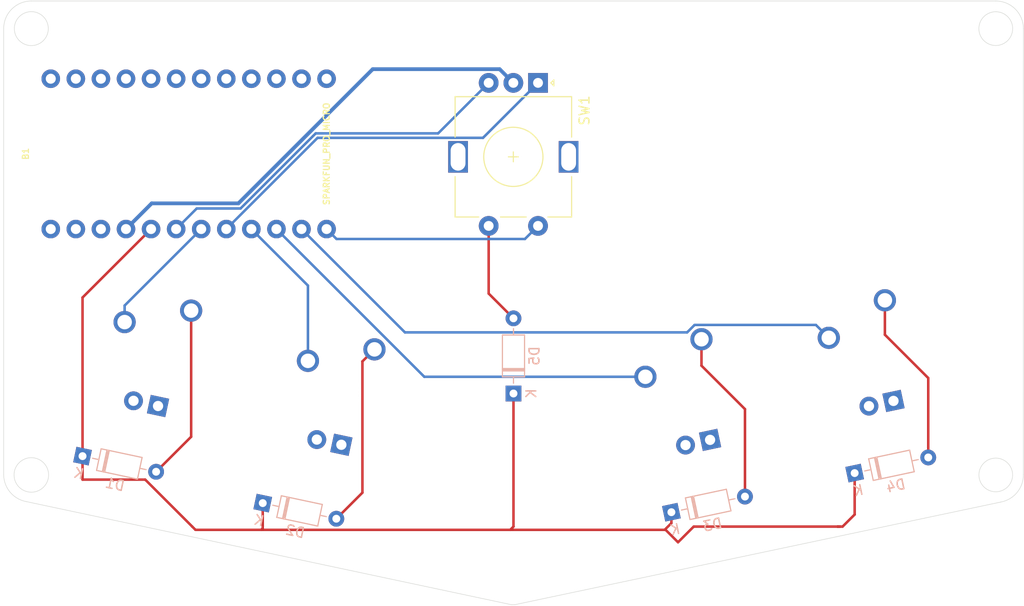
<source format=kicad_pcb>
(kicad_pcb (version 20171130) (host pcbnew "(5.1.9)-1")

  (general
    (thickness 1.6)
    (drawings 67)
    (tracks 65)
    (zones 0)
    (modules 11)
    (nets 30)
  )

  (page A4)
  (layers
    (0 F.Cu signal)
    (31 B.Cu signal)
    (32 B.Adhes user)
    (33 F.Adhes user)
    (34 B.Paste user)
    (35 F.Paste user)
    (36 B.SilkS user)
    (37 F.SilkS user)
    (38 B.Mask user)
    (39 F.Mask user)
    (40 Dwgs.User user)
    (41 Cmts.User user)
    (42 Eco1.User user)
    (43 Eco2.User user)
    (44 Edge.Cuts user)
    (45 Margin user)
    (46 B.CrtYd user)
    (47 F.CrtYd user)
    (48 B.Fab user)
    (49 F.Fab user)
  )

  (setup
    (last_trace_width 0.254)
    (trace_clearance 0.2)
    (zone_clearance 0.508)
    (zone_45_only no)
    (trace_min 0.2)
    (via_size 0.8)
    (via_drill 0.4)
    (via_min_size 0.4)
    (via_min_drill 0.3)
    (uvia_size 0.3)
    (uvia_drill 0.1)
    (uvias_allowed no)
    (uvia_min_size 0.2)
    (uvia_min_drill 0.1)
    (edge_width 0.05)
    (segment_width 0.2)
    (pcb_text_width 0.3)
    (pcb_text_size 1.5 1.5)
    (mod_edge_width 0.12)
    (mod_text_size 1 1)
    (mod_text_width 0.15)
    (pad_size 1.524 1.524)
    (pad_drill 0.762)
    (pad_to_mask_clearance 0)
    (aux_axis_origin 0 0)
    (visible_elements 7FFFFFFF)
    (pcbplotparams
      (layerselection 0x010f0_ffffffff)
      (usegerberextensions true)
      (usegerberattributes false)
      (usegerberadvancedattributes true)
      (creategerberjobfile false)
      (excludeedgelayer true)
      (linewidth 0.100000)
      (plotframeref false)
      (viasonmask false)
      (mode 1)
      (useauxorigin false)
      (hpglpennumber 1)
      (hpglpenspeed 20)
      (hpglpendiameter 15.000000)
      (psnegative false)
      (psa4output false)
      (plotreference true)
      (plotvalue true)
      (plotinvisibletext false)
      (padsonsilk false)
      (subtractmaskfromsilk true)
      (outputformat 1)
      (mirror false)
      (drillshape 0)
      (scaleselection 1)
      (outputdirectory "Gerbers/"))
  )

  (net 0 "")
  (net 1 GND)
  (net 2 ROW0)
  (net 3 COL0)
  (net 4 COL1)
  (net 5 "Net-(B1-Pad24)")
  (net 6 "Net-(B1-Pad22)")
  (net 7 "Net-(B1-Pad21)")
  (net 8 "Net-(B1-Pad19)")
  (net 9 "Net-(B1-Pad18)")
  (net 10 "Net-(B1-Pad17)")
  (net 11 "Net-(B1-Pad16)")
  (net 12 "Net-(B1-Pad15)")
  (net 13 "Net-(B1-Pad14)")
  (net 14 "Net-(B1-Pad13)")
  (net 15 COL4)
  (net 16 COL3)
  (net 17 COL2)
  (net 18 ENC1)
  (net 19 ENC0)
  (net 20 "Net-(B1-Pad3)")
  (net 21 "Net-(B1-Pad2)")
  (net 22 "Net-(B1-Pad1)")
  (net 23 "Net-(D1-Pad2)")
  (net 24 "Net-(D2-Pad2)")
  (net 25 "Net-(D3-Pad2)")
  (net 26 "Net-(D4-Pad2)")
  (net 27 "Net-(D5-Pad2)")
  (net 28 "Net-(B1-Pad23)")
  (net 29 "Net-(B1-Pad20)")

  (net_class Default "This is the default net class."
    (clearance 0.2)
    (trace_width 0.254)
    (via_dia 0.8)
    (via_drill 0.4)
    (uvia_dia 0.3)
    (uvia_drill 0.1)
    (add_net COL0)
    (add_net COL1)
    (add_net COL2)
    (add_net COL3)
    (add_net COL4)
    (add_net ENC0)
    (add_net ENC1)
    (add_net "Net-(B1-Pad1)")
    (add_net "Net-(B1-Pad13)")
    (add_net "Net-(B1-Pad14)")
    (add_net "Net-(B1-Pad15)")
    (add_net "Net-(B1-Pad16)")
    (add_net "Net-(B1-Pad17)")
    (add_net "Net-(B1-Pad18)")
    (add_net "Net-(B1-Pad19)")
    (add_net "Net-(B1-Pad2)")
    (add_net "Net-(B1-Pad20)")
    (add_net "Net-(B1-Pad21)")
    (add_net "Net-(B1-Pad22)")
    (add_net "Net-(B1-Pad23)")
    (add_net "Net-(B1-Pad24)")
    (add_net "Net-(B1-Pad3)")
    (add_net "Net-(D1-Pad2)")
    (add_net "Net-(D2-Pad2)")
    (add_net "Net-(D3-Pad2)")
    (add_net "Net-(D4-Pad2)")
    (add_net "Net-(D5-Pad2)")
    (add_net ROW0)
  )

  (net_class Power ""
    (clearance 0.2)
    (trace_width 0.381)
    (via_dia 0.8)
    (via_drill 0.4)
    (uvia_dia 0.3)
    (uvia_drill 0.1)
    (add_net GND)
  )

  (module Rotary_Encoder:RotaryEncoder_Alps_EC11E-Switch_Vertical_H20mm (layer F.Cu) (tedit 5A74C8CB) (tstamp 6014C5E1)
    (at 94.13 130.3 270)
    (descr "Alps rotary encoder, EC12E... with switch, vertical shaft, http://www.alps.com/prod/info/E/HTML/Encoder/Incremental/EC11/EC11E15204A3.html")
    (tags "rotary encoder")
    (path /6018948B)
    (fp_text reference SW1 (at 2.8 -4.7 90) (layer F.SilkS)
      (effects (font (size 1 1) (thickness 0.15)))
    )
    (fp_text value Rotary_Encoder_Switch (at 7.5 10.4 90) (layer F.Fab)
      (effects (font (size 1 1) (thickness 0.15)))
    )
    (fp_text user %R (at 11.1 6.3 90) (layer F.Fab)
      (effects (font (size 1 1) (thickness 0.15)))
    )
    (fp_line (start 7 2.5) (end 8 2.5) (layer F.SilkS) (width 0.12))
    (fp_line (start 7.5 2) (end 7.5 3) (layer F.SilkS) (width 0.12))
    (fp_line (start 13.6 6) (end 13.6 8.4) (layer F.SilkS) (width 0.12))
    (fp_line (start 13.6 1.2) (end 13.6 3.8) (layer F.SilkS) (width 0.12))
    (fp_line (start 13.6 -3.4) (end 13.6 -1) (layer F.SilkS) (width 0.12))
    (fp_line (start 4.5 2.5) (end 10.5 2.5) (layer F.Fab) (width 0.12))
    (fp_line (start 7.5 -0.5) (end 7.5 5.5) (layer F.Fab) (width 0.12))
    (fp_line (start 0.3 -1.6) (end 0 -1.3) (layer F.SilkS) (width 0.12))
    (fp_line (start -0.3 -1.6) (end 0.3 -1.6) (layer F.SilkS) (width 0.12))
    (fp_line (start 0 -1.3) (end -0.3 -1.6) (layer F.SilkS) (width 0.12))
    (fp_line (start 1.4 -3.4) (end 1.4 8.4) (layer F.SilkS) (width 0.12))
    (fp_line (start 5.5 -3.4) (end 1.4 -3.4) (layer F.SilkS) (width 0.12))
    (fp_line (start 5.5 8.4) (end 1.4 8.4) (layer F.SilkS) (width 0.12))
    (fp_line (start 13.6 8.4) (end 9.5 8.4) (layer F.SilkS) (width 0.12))
    (fp_line (start 9.5 -3.4) (end 13.6 -3.4) (layer F.SilkS) (width 0.12))
    (fp_line (start 1.5 -2.2) (end 2.5 -3.3) (layer F.Fab) (width 0.12))
    (fp_line (start 1.5 8.3) (end 1.5 -2.2) (layer F.Fab) (width 0.12))
    (fp_line (start 13.5 8.3) (end 1.5 8.3) (layer F.Fab) (width 0.12))
    (fp_line (start 13.5 -3.3) (end 13.5 8.3) (layer F.Fab) (width 0.12))
    (fp_line (start 2.5 -3.3) (end 13.5 -3.3) (layer F.Fab) (width 0.12))
    (fp_line (start -1.5 -4.6) (end 16 -4.6) (layer F.CrtYd) (width 0.05))
    (fp_line (start -1.5 -4.6) (end -1.5 9.6) (layer F.CrtYd) (width 0.05))
    (fp_line (start 16 9.6) (end 16 -4.6) (layer F.CrtYd) (width 0.05))
    (fp_line (start 16 9.6) (end -1.5 9.6) (layer F.CrtYd) (width 0.05))
    (fp_circle (center 7.5 2.5) (end 10.5 2.5) (layer F.SilkS) (width 0.12))
    (fp_circle (center 7.5 2.5) (end 10.5 2.5) (layer F.Fab) (width 0.12))
    (pad A thru_hole rect (at 0 0 270) (size 2 2) (drill 1) (layers *.Cu *.Mask)
      (net 18 ENC1))
    (pad C thru_hole circle (at 0 2.5 270) (size 2 2) (drill 1) (layers *.Cu *.Mask)
      (net 1 GND))
    (pad B thru_hole circle (at 0 5 270) (size 2 2) (drill 1) (layers *.Cu *.Mask)
      (net 19 ENC0))
    (pad MP thru_hole rect (at 7.5 -3.1 270) (size 3.2 2) (drill oval 2.8 1.5) (layers *.Cu *.Mask))
    (pad MP thru_hole rect (at 7.5 8.1 270) (size 3.2 2) (drill oval 2.8 1.5) (layers *.Cu *.Mask))
    (pad S2 thru_hole circle (at 14.5 0 270) (size 2 2) (drill 1) (layers *.Cu *.Mask)
      (net 15 COL4))
    (pad S1 thru_hole circle (at 14.5 5 270) (size 2 2) (drill 1) (layers *.Cu *.Mask)
      (net 27 "Net-(D5-Pad2)"))
    (model ${KISYS3DMOD}/Rotary_Encoder.3dshapes/RotaryEncoder_Alps_EC11E-Switch_Vertical_H20mm.wrl
      (at (xyz 0 0 0))
      (scale (xyz 1 1 1))
      (rotate (xyz 0 0 0))
    )
  )

  (module MX_Only:MXOnly-1U (layer F.Cu) (tedit 5AC9901D) (tstamp 6014C4DC)
    (at 127.84 157.84 12)
    (path /60187470)
    (fp_text reference MX4 (at 0 3.175 12) (layer Dwgs.User)
      (effects (font (size 1 1) (thickness 0.15)))
    )
    (fp_text value MX-LED (at 0 -7.9375 12) (layer Dwgs.User)
      (effects (font (size 1 1) (thickness 0.15)))
    )
    (fp_line (start 5 -7) (end 7 -7) (layer Dwgs.User) (width 0.15))
    (fp_line (start 7 -7) (end 7 -5) (layer Dwgs.User) (width 0.15))
    (fp_line (start 5 7) (end 7 7) (layer Dwgs.User) (width 0.15))
    (fp_line (start 7 7) (end 7 5) (layer Dwgs.User) (width 0.15))
    (fp_line (start -7 5) (end -7 7) (layer Dwgs.User) (width 0.15))
    (fp_line (start -7 7) (end -5 7) (layer Dwgs.User) (width 0.15))
    (fp_line (start -5 -7) (end -7 -7) (layer Dwgs.User) (width 0.15))
    (fp_line (start -7 -7) (end -7 -5) (layer Dwgs.User) (width 0.15))
    (fp_line (start -9.525 -9.525) (end 9.525 -9.525) (layer Dwgs.User) (width 0.15))
    (fp_line (start 9.525 -9.525) (end 9.525 9.525) (layer Dwgs.User) (width 0.15))
    (fp_line (start 9.525 9.525) (end -9.525 9.525) (layer Dwgs.User) (width 0.15))
    (fp_line (start -9.525 9.525) (end -9.525 -9.525) (layer Dwgs.User) (width 0.15))
    (pad "" np_thru_hole circle (at 5.08 0 60.0996) (size 1.75 1.75) (drill 1.75) (layers *.Cu *.Mask))
    (pad "" np_thru_hole circle (at -5.08 0 60.0996) (size 1.75 1.75) (drill 1.75) (layers *.Cu *.Mask))
    (pad 4 thru_hole rect (at 1.27 5.08 12) (size 1.905 1.905) (drill 1.04) (layers *.Cu B.Mask))
    (pad 3 thru_hole circle (at -1.27 5.08 12) (size 1.905 1.905) (drill 1.04) (layers *.Cu B.Mask))
    (pad 1 thru_hole circle (at -3.81 -2.54 12) (size 2.25 2.25) (drill 1.47) (layers *.Cu B.Mask)
      (net 16 COL3))
    (pad "" np_thru_hole circle (at 0 0 12) (size 3.9878 3.9878) (drill 3.9878) (layers *.Cu *.Mask))
    (pad 2 thru_hole circle (at 2.54 -5.08 12) (size 2.25 2.25) (drill 1.47) (layers *.Cu B.Mask)
      (net 26 "Net-(D4-Pad2)"))
  )

  (module MX_Only:MXOnly-1U (layer F.Cu) (tedit 5AC9901D) (tstamp 6014C641)
    (at 109.26 161.79 12)
    (path /60186FC8)
    (fp_text reference MX3 (at 0 3.175 12) (layer Dwgs.User)
      (effects (font (size 1 1) (thickness 0.15)))
    )
    (fp_text value MX-LED (at 0 -7.9375 12) (layer Dwgs.User)
      (effects (font (size 1 1) (thickness 0.15)))
    )
    (fp_line (start 5 -7) (end 7 -7) (layer Dwgs.User) (width 0.15))
    (fp_line (start 7 -7) (end 7 -5) (layer Dwgs.User) (width 0.15))
    (fp_line (start 5 7) (end 7 7) (layer Dwgs.User) (width 0.15))
    (fp_line (start 7 7) (end 7 5) (layer Dwgs.User) (width 0.15))
    (fp_line (start -7 5) (end -7 7) (layer Dwgs.User) (width 0.15))
    (fp_line (start -7 7) (end -5 7) (layer Dwgs.User) (width 0.15))
    (fp_line (start -5 -7) (end -7 -7) (layer Dwgs.User) (width 0.15))
    (fp_line (start -7 -7) (end -7 -5) (layer Dwgs.User) (width 0.15))
    (fp_line (start -9.525 -9.525) (end 9.525 -9.525) (layer Dwgs.User) (width 0.15))
    (fp_line (start 9.525 -9.525) (end 9.525 9.525) (layer Dwgs.User) (width 0.15))
    (fp_line (start 9.525 9.525) (end -9.525 9.525) (layer Dwgs.User) (width 0.15))
    (fp_line (start -9.525 9.525) (end -9.525 -9.525) (layer Dwgs.User) (width 0.15))
    (pad "" np_thru_hole circle (at 5.08 0 60.0996) (size 1.75 1.75) (drill 1.75) (layers *.Cu *.Mask))
    (pad "" np_thru_hole circle (at -5.08 0 60.0996) (size 1.75 1.75) (drill 1.75) (layers *.Cu *.Mask))
    (pad 4 thru_hole rect (at 1.27 5.08 12) (size 1.905 1.905) (drill 1.04) (layers *.Cu B.Mask))
    (pad 3 thru_hole circle (at -1.27 5.08 12) (size 1.905 1.905) (drill 1.04) (layers *.Cu B.Mask))
    (pad 1 thru_hole circle (at -3.81 -2.54 12) (size 2.25 2.25) (drill 1.47) (layers *.Cu B.Mask)
      (net 17 COL2))
    (pad "" np_thru_hole circle (at 0 0 12) (size 3.9878 3.9878) (drill 3.9878) (layers *.Cu *.Mask))
    (pad 2 thru_hole circle (at 2.54 -5.08 12) (size 2.25 2.25) (drill 1.47) (layers *.Cu B.Mask)
      (net 25 "Net-(D3-Pad2)"))
  )

  (module MX_Only:MXOnly-1U (layer F.Cu) (tedit 5AC9901D) (tstamp 6014C683)
    (at 74.02 161.76 348)
    (path /601861CA)
    (fp_text reference MX2 (at 0 3.175 168) (layer Dwgs.User)
      (effects (font (size 1 1) (thickness 0.15)))
    )
    (fp_text value MX-LED (at 0 -7.9375 168) (layer Dwgs.User)
      (effects (font (size 1 1) (thickness 0.15)))
    )
    (fp_line (start 5 -7) (end 7 -7) (layer Dwgs.User) (width 0.15))
    (fp_line (start 7 -7) (end 7 -5) (layer Dwgs.User) (width 0.15))
    (fp_line (start 5 7) (end 7 7) (layer Dwgs.User) (width 0.15))
    (fp_line (start 7 7) (end 7 5) (layer Dwgs.User) (width 0.15))
    (fp_line (start -7 5) (end -7 7) (layer Dwgs.User) (width 0.15))
    (fp_line (start -7 7) (end -5 7) (layer Dwgs.User) (width 0.15))
    (fp_line (start -5 -7) (end -7 -7) (layer Dwgs.User) (width 0.15))
    (fp_line (start -7 -7) (end -7 -5) (layer Dwgs.User) (width 0.15))
    (fp_line (start -9.525 -9.525) (end 9.525 -9.525) (layer Dwgs.User) (width 0.15))
    (fp_line (start 9.525 -9.525) (end 9.525 9.525) (layer Dwgs.User) (width 0.15))
    (fp_line (start 9.525 9.525) (end -9.525 9.525) (layer Dwgs.User) (width 0.15))
    (fp_line (start -9.525 9.525) (end -9.525 -9.525) (layer Dwgs.User) (width 0.15))
    (pad "" np_thru_hole circle (at 5.08 0 36.0996) (size 1.75 1.75) (drill 1.75) (layers *.Cu *.Mask))
    (pad "" np_thru_hole circle (at -5.08 0 36.0996) (size 1.75 1.75) (drill 1.75) (layers *.Cu *.Mask))
    (pad 4 thru_hole rect (at 1.27 5.08 348) (size 1.905 1.905) (drill 1.04) (layers *.Cu B.Mask))
    (pad 3 thru_hole circle (at -1.27 5.08 348) (size 1.905 1.905) (drill 1.04) (layers *.Cu B.Mask))
    (pad 1 thru_hole circle (at -3.81 -2.54 348) (size 2.25 2.25) (drill 1.47) (layers *.Cu B.Mask)
      (net 4 COL1))
    (pad "" np_thru_hole circle (at 0 0 348) (size 3.9878 3.9878) (drill 3.9878) (layers *.Cu *.Mask))
    (pad 2 thru_hole circle (at 2.54 -5.08 348) (size 2.25 2.25) (drill 1.47) (layers *.Cu B.Mask)
      (net 24 "Net-(D2-Pad2)"))
  )

  (module MX_Only:MXOnly-1U (layer F.Cu) (tedit 5AC9901D) (tstamp 6014C49A)
    (at 55.45 157.83 348)
    (path /60182C04)
    (fp_text reference MX1 (at 0 3.175 168) (layer Dwgs.User)
      (effects (font (size 1 1) (thickness 0.15)))
    )
    (fp_text value MX-LED (at 0 -7.9375 168) (layer Dwgs.User)
      (effects (font (size 1 1) (thickness 0.15)))
    )
    (fp_line (start 5 -7) (end 7 -7) (layer Dwgs.User) (width 0.15))
    (fp_line (start 7 -7) (end 7 -5) (layer Dwgs.User) (width 0.15))
    (fp_line (start 5 7) (end 7 7) (layer Dwgs.User) (width 0.15))
    (fp_line (start 7 7) (end 7 5) (layer Dwgs.User) (width 0.15))
    (fp_line (start -7 5) (end -7 7) (layer Dwgs.User) (width 0.15))
    (fp_line (start -7 7) (end -5 7) (layer Dwgs.User) (width 0.15))
    (fp_line (start -5 -7) (end -7 -7) (layer Dwgs.User) (width 0.15))
    (fp_line (start -7 -7) (end -7 -5) (layer Dwgs.User) (width 0.15))
    (fp_line (start -9.525 -9.525) (end 9.525 -9.525) (layer Dwgs.User) (width 0.15))
    (fp_line (start 9.525 -9.525) (end 9.525 9.525) (layer Dwgs.User) (width 0.15))
    (fp_line (start 9.525 9.525) (end -9.525 9.525) (layer Dwgs.User) (width 0.15))
    (fp_line (start -9.525 9.525) (end -9.525 -9.525) (layer Dwgs.User) (width 0.15))
    (pad "" np_thru_hole circle (at 5.08 0 36.0996) (size 1.75 1.75) (drill 1.75) (layers *.Cu *.Mask))
    (pad "" np_thru_hole circle (at -5.08 0 36.0996) (size 1.75 1.75) (drill 1.75) (layers *.Cu *.Mask))
    (pad 4 thru_hole rect (at 1.27 5.08 348) (size 1.905 1.905) (drill 1.04) (layers *.Cu B.Mask))
    (pad 3 thru_hole circle (at -1.27 5.08 348) (size 1.905 1.905) (drill 1.04) (layers *.Cu B.Mask))
    (pad 1 thru_hole circle (at -3.81 -2.54 348) (size 2.25 2.25) (drill 1.47) (layers *.Cu B.Mask)
      (net 3 COL0))
    (pad "" np_thru_hole circle (at 0 0 348) (size 3.9878 3.9878) (drill 3.9878) (layers *.Cu *.Mask))
    (pad 2 thru_hole circle (at 2.54 -5.08 348) (size 2.25 2.25) (drill 1.47) (layers *.Cu B.Mask)
      (net 23 "Net-(D1-Pad2)"))
  )

  (module Diode_THT:D_DO-35_SOD27_P7.62mm_Horizontal (layer B.Cu) (tedit 5AE50CD5) (tstamp 6014C6CD)
    (at 91.64375 161.79375 90)
    (descr "Diode, DO-35_SOD27 series, Axial, Horizontal, pin pitch=7.62mm, , length*diameter=4*2mm^2, , http://www.diodes.com/_files/packages/DO-35.pdf")
    (tags "Diode DO-35_SOD27 series Axial Horizontal pin pitch 7.62mm  length 4mm diameter 2mm")
    (path /6018FCF0)
    (fp_text reference D5 (at 3.81 2.12 90) (layer B.SilkS)
      (effects (font (size 1 1) (thickness 0.15)) (justify mirror))
    )
    (fp_text value 1N4148 (at 3.81 -2.12 90) (layer B.Fab)
      (effects (font (size 1 1) (thickness 0.15)) (justify mirror))
    )
    (fp_text user K (at 0 1.8 90) (layer B.SilkS)
      (effects (font (size 1 1) (thickness 0.15)) (justify mirror))
    )
    (fp_text user K (at 0 1.8 90) (layer B.Fab)
      (effects (font (size 1 1) (thickness 0.15)) (justify mirror))
    )
    (fp_text user %R (at 4.11 0 90) (layer B.Fab)
      (effects (font (size 0.8 0.8) (thickness 0.12)) (justify mirror))
    )
    (fp_line (start 1.81 1) (end 1.81 -1) (layer B.Fab) (width 0.1))
    (fp_line (start 1.81 -1) (end 5.81 -1) (layer B.Fab) (width 0.1))
    (fp_line (start 5.81 -1) (end 5.81 1) (layer B.Fab) (width 0.1))
    (fp_line (start 5.81 1) (end 1.81 1) (layer B.Fab) (width 0.1))
    (fp_line (start 0 0) (end 1.81 0) (layer B.Fab) (width 0.1))
    (fp_line (start 7.62 0) (end 5.81 0) (layer B.Fab) (width 0.1))
    (fp_line (start 2.41 1) (end 2.41 -1) (layer B.Fab) (width 0.1))
    (fp_line (start 2.51 1) (end 2.51 -1) (layer B.Fab) (width 0.1))
    (fp_line (start 2.31 1) (end 2.31 -1) (layer B.Fab) (width 0.1))
    (fp_line (start 1.69 1.12) (end 1.69 -1.12) (layer B.SilkS) (width 0.12))
    (fp_line (start 1.69 -1.12) (end 5.93 -1.12) (layer B.SilkS) (width 0.12))
    (fp_line (start 5.93 -1.12) (end 5.93 1.12) (layer B.SilkS) (width 0.12))
    (fp_line (start 5.93 1.12) (end 1.69 1.12) (layer B.SilkS) (width 0.12))
    (fp_line (start 1.04 0) (end 1.69 0) (layer B.SilkS) (width 0.12))
    (fp_line (start 6.58 0) (end 5.93 0) (layer B.SilkS) (width 0.12))
    (fp_line (start 2.41 1.12) (end 2.41 -1.12) (layer B.SilkS) (width 0.12))
    (fp_line (start 2.53 1.12) (end 2.53 -1.12) (layer B.SilkS) (width 0.12))
    (fp_line (start 2.29 1.12) (end 2.29 -1.12) (layer B.SilkS) (width 0.12))
    (fp_line (start -1.05 1.25) (end -1.05 -1.25) (layer B.CrtYd) (width 0.05))
    (fp_line (start -1.05 -1.25) (end 8.67 -1.25) (layer B.CrtYd) (width 0.05))
    (fp_line (start 8.67 -1.25) (end 8.67 1.25) (layer B.CrtYd) (width 0.05))
    (fp_line (start 8.67 1.25) (end -1.05 1.25) (layer B.CrtYd) (width 0.05))
    (pad 2 thru_hole oval (at 7.62 0 90) (size 1.6 1.6) (drill 0.8) (layers *.Cu *.Mask)
      (net 27 "Net-(D5-Pad2)"))
    (pad 1 thru_hole rect (at 0 0 90) (size 1.6 1.6) (drill 0.8) (layers *.Cu *.Mask)
      (net 2 ROW0))
    (model ${KISYS3DMOD}/Diode_THT.3dshapes/D_DO-35_SOD27_P7.62mm_Horizontal.wrl
      (at (xyz 0 0 0))
      (scale (xyz 1 1 1))
      (rotate (xyz 0 0 0))
    )
  )

  (module Diode_THT:D_DO-35_SOD27_P7.62mm_Horizontal (layer B.Cu) (tedit 5AE50CD5) (tstamp 6014C526)
    (at 126.20625 169.8625 12)
    (descr "Diode, DO-35_SOD27 series, Axial, Horizontal, pin pitch=7.62mm, , length*diameter=4*2mm^2, , http://www.diodes.com/_files/packages/DO-35.pdf")
    (tags "Diode DO-35_SOD27 series Axial Horizontal pin pitch 7.62mm  length 4mm diameter 2mm")
    (path /6018F443)
    (fp_text reference D4 (at 3.81 2.12 12) (layer B.SilkS)
      (effects (font (size 1 1) (thickness 0.15)) (justify mirror))
    )
    (fp_text value 1N4148 (at 3.81 -2.12 12) (layer B.Fab)
      (effects (font (size 1 1) (thickness 0.15)) (justify mirror))
    )
    (fp_text user K (at 0 1.8 12) (layer B.SilkS)
      (effects (font (size 1 1) (thickness 0.15)) (justify mirror))
    )
    (fp_text user K (at 0 1.8 12) (layer B.Fab)
      (effects (font (size 1 1) (thickness 0.15)) (justify mirror))
    )
    (fp_text user %R (at 4.11 0 12) (layer B.Fab)
      (effects (font (size 0.8 0.8) (thickness 0.12)) (justify mirror))
    )
    (fp_line (start 1.81 1) (end 1.81 -1) (layer B.Fab) (width 0.1))
    (fp_line (start 1.81 -1) (end 5.81 -1) (layer B.Fab) (width 0.1))
    (fp_line (start 5.81 -1) (end 5.81 1) (layer B.Fab) (width 0.1))
    (fp_line (start 5.81 1) (end 1.81 1) (layer B.Fab) (width 0.1))
    (fp_line (start 0 0) (end 1.81 0) (layer B.Fab) (width 0.1))
    (fp_line (start 7.62 0) (end 5.81 0) (layer B.Fab) (width 0.1))
    (fp_line (start 2.41 1) (end 2.41 -1) (layer B.Fab) (width 0.1))
    (fp_line (start 2.51 1) (end 2.51 -1) (layer B.Fab) (width 0.1))
    (fp_line (start 2.31 1) (end 2.31 -1) (layer B.Fab) (width 0.1))
    (fp_line (start 1.69 1.12) (end 1.69 -1.12) (layer B.SilkS) (width 0.12))
    (fp_line (start 1.69 -1.12) (end 5.93 -1.12) (layer B.SilkS) (width 0.12))
    (fp_line (start 5.93 -1.12) (end 5.93 1.12) (layer B.SilkS) (width 0.12))
    (fp_line (start 5.93 1.12) (end 1.69 1.12) (layer B.SilkS) (width 0.12))
    (fp_line (start 1.04 0) (end 1.69 0) (layer B.SilkS) (width 0.12))
    (fp_line (start 6.58 0) (end 5.93 0) (layer B.SilkS) (width 0.12))
    (fp_line (start 2.41 1.12) (end 2.41 -1.12) (layer B.SilkS) (width 0.12))
    (fp_line (start 2.53 1.12) (end 2.53 -1.12) (layer B.SilkS) (width 0.12))
    (fp_line (start 2.29 1.12) (end 2.29 -1.12) (layer B.SilkS) (width 0.12))
    (fp_line (start -1.05 1.25) (end -1.05 -1.25) (layer B.CrtYd) (width 0.05))
    (fp_line (start -1.05 -1.25) (end 8.67 -1.25) (layer B.CrtYd) (width 0.05))
    (fp_line (start 8.67 -1.25) (end 8.67 1.25) (layer B.CrtYd) (width 0.05))
    (fp_line (start 8.67 1.25) (end -1.05 1.25) (layer B.CrtYd) (width 0.05))
    (pad 2 thru_hole oval (at 7.62 0 12) (size 1.6 1.6) (drill 0.8) (layers *.Cu *.Mask)
      (net 26 "Net-(D4-Pad2)"))
    (pad 1 thru_hole rect (at 0 0 12) (size 1.6 1.6) (drill 0.8) (layers *.Cu *.Mask)
      (net 2 ROW0))
    (model ${KISYS3DMOD}/Diode_THT.3dshapes/D_DO-35_SOD27_P7.62mm_Horizontal.wrl
      (at (xyz 0 0 0))
      (scale (xyz 1 1 1))
      (rotate (xyz 0 0 0))
    )
  )

  (module Diode_THT:D_DO-35_SOD27_P7.62mm_Horizontal (layer B.Cu) (tedit 5AE50CD5) (tstamp 6014C580)
    (at 107.640265 173.828037 12)
    (descr "Diode, DO-35_SOD27 series, Axial, Horizontal, pin pitch=7.62mm, , length*diameter=4*2mm^2, , http://www.diodes.com/_files/packages/DO-35.pdf")
    (tags "Diode DO-35_SOD27 series Axial Horizontal pin pitch 7.62mm  length 4mm diameter 2mm")
    (path /6018EC2B)
    (fp_text reference D3 (at 3.81 2.12 192) (layer B.SilkS)
      (effects (font (size 1 1) (thickness 0.15)) (justify mirror))
    )
    (fp_text value 1N4148 (at 3.81 -2.12 192) (layer B.Fab)
      (effects (font (size 1 1) (thickness 0.15)) (justify mirror))
    )
    (fp_text user K (at 0 1.8 192) (layer B.SilkS)
      (effects (font (size 1 1) (thickness 0.15)) (justify mirror))
    )
    (fp_text user K (at 0 1.8 192) (layer B.Fab)
      (effects (font (size 1 1) (thickness 0.15)) (justify mirror))
    )
    (fp_text user %R (at 4.11 0 192) (layer B.Fab)
      (effects (font (size 0.8 0.8) (thickness 0.12)) (justify mirror))
    )
    (fp_line (start 1.81 1) (end 1.81 -1) (layer B.Fab) (width 0.1))
    (fp_line (start 1.81 -1) (end 5.81 -1) (layer B.Fab) (width 0.1))
    (fp_line (start 5.81 -1) (end 5.81 1) (layer B.Fab) (width 0.1))
    (fp_line (start 5.81 1) (end 1.81 1) (layer B.Fab) (width 0.1))
    (fp_line (start 0 0) (end 1.81 0) (layer B.Fab) (width 0.1))
    (fp_line (start 7.62 0) (end 5.81 0) (layer B.Fab) (width 0.1))
    (fp_line (start 2.41 1) (end 2.41 -1) (layer B.Fab) (width 0.1))
    (fp_line (start 2.51 1) (end 2.51 -1) (layer B.Fab) (width 0.1))
    (fp_line (start 2.31 1) (end 2.31 -1) (layer B.Fab) (width 0.1))
    (fp_line (start 1.69 1.12) (end 1.69 -1.12) (layer B.SilkS) (width 0.12))
    (fp_line (start 1.69 -1.12) (end 5.93 -1.12) (layer B.SilkS) (width 0.12))
    (fp_line (start 5.93 -1.12) (end 5.93 1.12) (layer B.SilkS) (width 0.12))
    (fp_line (start 5.93 1.12) (end 1.69 1.12) (layer B.SilkS) (width 0.12))
    (fp_line (start 1.04 0) (end 1.69 0) (layer B.SilkS) (width 0.12))
    (fp_line (start 6.58 0) (end 5.93 0) (layer B.SilkS) (width 0.12))
    (fp_line (start 2.41 1.12) (end 2.41 -1.12) (layer B.SilkS) (width 0.12))
    (fp_line (start 2.53 1.12) (end 2.53 -1.12) (layer B.SilkS) (width 0.12))
    (fp_line (start 2.29 1.12) (end 2.29 -1.12) (layer B.SilkS) (width 0.12))
    (fp_line (start -1.05 1.25) (end -1.05 -1.25) (layer B.CrtYd) (width 0.05))
    (fp_line (start -1.05 -1.25) (end 8.67 -1.25) (layer B.CrtYd) (width 0.05))
    (fp_line (start 8.67 -1.25) (end 8.67 1.25) (layer B.CrtYd) (width 0.05))
    (fp_line (start 8.67 1.25) (end -1.05 1.25) (layer B.CrtYd) (width 0.05))
    (pad 2 thru_hole oval (at 7.62 0 12) (size 1.6 1.6) (drill 0.8) (layers *.Cu *.Mask)
      (net 25 "Net-(D3-Pad2)"))
    (pad 1 thru_hole rect (at 0 0 12) (size 1.6 1.6) (drill 0.8) (layers *.Cu *.Mask)
      (net 2 ROW0))
    (model ${KISYS3DMOD}/Diode_THT.3dshapes/D_DO-35_SOD27_P7.62mm_Horizontal.wrl
      (at (xyz 0 0 0))
      (scale (xyz 1 1 1))
      (rotate (xyz 0 0 0))
    )
  )

  (module Diode_THT:D_DO-35_SOD27_P7.62mm_Horizontal (layer B.Cu) (tedit 5AE50CD5) (tstamp 6014C790)
    (at 66.24375 172.90625 348)
    (descr "Diode, DO-35_SOD27 series, Axial, Horizontal, pin pitch=7.62mm, , length*diameter=4*2mm^2, , http://www.diodes.com/_files/packages/DO-35.pdf")
    (tags "Diode DO-35_SOD27 series Axial Horizontal pin pitch 7.62mm  length 4mm diameter 2mm")
    (path /6018E462)
    (fp_text reference D2 (at 3.81 2.12 168) (layer B.SilkS)
      (effects (font (size 1 1) (thickness 0.15)) (justify mirror))
    )
    (fp_text value 1N4148 (at 3.81 -2.12 168) (layer B.Fab)
      (effects (font (size 1 1) (thickness 0.15)) (justify mirror))
    )
    (fp_text user K (at 0 1.8 168) (layer B.SilkS)
      (effects (font (size 1 1) (thickness 0.15)) (justify mirror))
    )
    (fp_text user K (at 0 1.8 168) (layer B.Fab)
      (effects (font (size 1 1) (thickness 0.15)) (justify mirror))
    )
    (fp_text user %R (at 4.11 0) (layer B.Fab)
      (effects (font (size 0.8 0.8) (thickness 0.12)) (justify mirror))
    )
    (fp_line (start 1.81 1) (end 1.81 -1) (layer B.Fab) (width 0.1))
    (fp_line (start 1.81 -1) (end 5.81 -1) (layer B.Fab) (width 0.1))
    (fp_line (start 5.81 -1) (end 5.81 1) (layer B.Fab) (width 0.1))
    (fp_line (start 5.81 1) (end 1.81 1) (layer B.Fab) (width 0.1))
    (fp_line (start 0 0) (end 1.81 0) (layer B.Fab) (width 0.1))
    (fp_line (start 7.62 0) (end 5.81 0) (layer B.Fab) (width 0.1))
    (fp_line (start 2.41 1) (end 2.41 -1) (layer B.Fab) (width 0.1))
    (fp_line (start 2.51 1) (end 2.51 -1) (layer B.Fab) (width 0.1))
    (fp_line (start 2.31 1) (end 2.31 -1) (layer B.Fab) (width 0.1))
    (fp_line (start 1.69 1.12) (end 1.69 -1.12) (layer B.SilkS) (width 0.12))
    (fp_line (start 1.69 -1.12) (end 5.93 -1.12) (layer B.SilkS) (width 0.12))
    (fp_line (start 5.93 -1.12) (end 5.93 1.12) (layer B.SilkS) (width 0.12))
    (fp_line (start 5.93 1.12) (end 1.69 1.12) (layer B.SilkS) (width 0.12))
    (fp_line (start 1.04 0) (end 1.69 0) (layer B.SilkS) (width 0.12))
    (fp_line (start 6.58 0) (end 5.93 0) (layer B.SilkS) (width 0.12))
    (fp_line (start 2.41 1.12) (end 2.41 -1.12) (layer B.SilkS) (width 0.12))
    (fp_line (start 2.53 1.12) (end 2.53 -1.12) (layer B.SilkS) (width 0.12))
    (fp_line (start 2.29 1.12) (end 2.29 -1.12) (layer B.SilkS) (width 0.12))
    (fp_line (start -1.05 1.25) (end -1.05 -1.25) (layer B.CrtYd) (width 0.05))
    (fp_line (start -1.05 -1.25) (end 8.67 -1.25) (layer B.CrtYd) (width 0.05))
    (fp_line (start 8.67 -1.25) (end 8.67 1.25) (layer B.CrtYd) (width 0.05))
    (fp_line (start 8.67 1.25) (end -1.05 1.25) (layer B.CrtYd) (width 0.05))
    (pad 2 thru_hole oval (at 7.62 0 348) (size 1.6 1.6) (drill 0.8) (layers *.Cu *.Mask)
      (net 24 "Net-(D2-Pad2)"))
    (pad 1 thru_hole rect (at 0 0 348) (size 1.6 1.6) (drill 0.8) (layers *.Cu *.Mask)
      (net 2 ROW0))
    (model ${KISYS3DMOD}/Diode_THT.3dshapes/D_DO-35_SOD27_P7.62mm_Horizontal.wrl
      (at (xyz 0 0 0))
      (scale (xyz 1 1 1))
      (rotate (xyz 0 0 0))
    )
  )

  (module Diode_THT:D_DO-35_SOD27_P7.62mm_Horizontal (layer B.Cu) (tedit 5AE50CD5) (tstamp 6014C7EA)
    (at 47.9875 168.14375 348)
    (descr "Diode, DO-35_SOD27 series, Axial, Horizontal, pin pitch=7.62mm, , length*diameter=4*2mm^2, , http://www.diodes.com/_files/packages/DO-35.pdf")
    (tags "Diode DO-35_SOD27 series Axial Horizontal pin pitch 7.62mm  length 4mm diameter 2mm")
    (path /6018203F)
    (fp_text reference D1 (at 3.81 2.12 168) (layer B.SilkS)
      (effects (font (size 1 1) (thickness 0.15)) (justify mirror))
    )
    (fp_text value 1N4148 (at 3.81 -2.12 168) (layer B.Fab)
      (effects (font (size 1 1) (thickness 0.15)) (justify mirror))
    )
    (fp_text user K (at 0 1.8 168) (layer B.SilkS)
      (effects (font (size 1 1) (thickness 0.15)) (justify mirror))
    )
    (fp_text user K (at 0 1.8 168) (layer B.Fab)
      (effects (font (size 1 1) (thickness 0.15)) (justify mirror))
    )
    (fp_text user %R (at 4.11 0 258) (layer B.Fab)
      (effects (font (size 0.8 0.8) (thickness 0.12)) (justify mirror))
    )
    (fp_line (start 1.81 1) (end 1.81 -1) (layer B.Fab) (width 0.1))
    (fp_line (start 1.81 -1) (end 5.81 -1) (layer B.Fab) (width 0.1))
    (fp_line (start 5.81 -1) (end 5.81 1) (layer B.Fab) (width 0.1))
    (fp_line (start 5.81 1) (end 1.81 1) (layer B.Fab) (width 0.1))
    (fp_line (start 0 0) (end 1.81 0) (layer B.Fab) (width 0.1))
    (fp_line (start 7.62 0) (end 5.81 0) (layer B.Fab) (width 0.1))
    (fp_line (start 2.41 1) (end 2.41 -1) (layer B.Fab) (width 0.1))
    (fp_line (start 2.51 1) (end 2.51 -1) (layer B.Fab) (width 0.1))
    (fp_line (start 2.31 1) (end 2.31 -1) (layer B.Fab) (width 0.1))
    (fp_line (start 1.69 1.12) (end 1.69 -1.12) (layer B.SilkS) (width 0.12))
    (fp_line (start 1.69 -1.12) (end 5.93 -1.12) (layer B.SilkS) (width 0.12))
    (fp_line (start 5.93 -1.12) (end 5.93 1.12) (layer B.SilkS) (width 0.12))
    (fp_line (start 5.93 1.12) (end 1.69 1.12) (layer B.SilkS) (width 0.12))
    (fp_line (start 1.04 0) (end 1.69 0) (layer B.SilkS) (width 0.12))
    (fp_line (start 6.58 0) (end 5.93 0) (layer B.SilkS) (width 0.12))
    (fp_line (start 2.41 1.12) (end 2.41 -1.12) (layer B.SilkS) (width 0.12))
    (fp_line (start 2.53 1.12) (end 2.53 -1.12) (layer B.SilkS) (width 0.12))
    (fp_line (start 2.29 1.12) (end 2.29 -1.12) (layer B.SilkS) (width 0.12))
    (fp_line (start -1.05 1.25) (end -1.05 -1.25) (layer B.CrtYd) (width 0.05))
    (fp_line (start -1.05 -1.25) (end 8.67 -1.25) (layer B.CrtYd) (width 0.05))
    (fp_line (start 8.67 -1.25) (end 8.67 1.25) (layer B.CrtYd) (width 0.05))
    (fp_line (start 8.67 1.25) (end -1.05 1.25) (layer B.CrtYd) (width 0.05))
    (pad 2 thru_hole oval (at 7.62 0 348) (size 1.6 1.6) (drill 0.8) (layers *.Cu *.Mask)
      (net 23 "Net-(D1-Pad2)"))
    (pad 1 thru_hole rect (at 0 0 348) (size 1.6 1.6) (drill 0.8) (layers *.Cu *.Mask)
      (net 2 ROW0))
    (model ${KISYS3DMOD}/Diode_THT.3dshapes/D_DO-35_SOD27_P7.62mm_Horizontal.wrl
      (at (xyz 0 0 0))
      (scale (xyz 1 1 1))
      (rotate (xyz 0 0 0))
    )
  )

  (module Boards:SPARKFUN_PRO_MICRO (layer F.Cu) (tedit 200000) (tstamp 6014C72C)
    (at 57.47 137.5 90)
    (descr "SPARKFUN PRO MICO FOOTPRINT (WITH USB CONNECTOR)")
    (tags "SPARKFUN PRO MICO FOOTPRINT (WITH USB CONNECTOR)")
    (path /6013854E)
    (attr virtual)
    (fp_text reference B1 (at 0 -15.24 90) (layer F.SilkS)
      (effects (font (size 0.6096 0.6096) (thickness 0.127)))
    )
    (fp_text value SPARKFUN_PRO_MICRO (at 0 15.24 90) (layer F.SilkS)
      (effects (font (size 0.6096 0.6096) (thickness 0.127)))
    )
    (fp_text user USB (at -0.0508 -16.9164 90) (layer Dwgs.User)
      (effects (font (size 0.8128 0.8128) (thickness 0.1524)))
    )
    (fp_line (start -8.89 -16.51) (end -8.89 16.51) (layer Dwgs.User) (width 0.127))
    (fp_line (start -8.89 16.51) (end 8.89 16.51) (layer Dwgs.User) (width 0.127))
    (fp_line (start 8.89 16.51) (end 8.89 -16.51) (layer Dwgs.User) (width 0.127))
    (fp_line (start 8.89 -16.51) (end -8.89 -16.51) (layer Dwgs.User) (width 0.127))
    (fp_line (start -3.81 -16.51) (end -3.81 -17.78) (layer Dwgs.User) (width 0.127))
    (fp_line (start -3.81 -17.78) (end 3.81 -17.78) (layer Dwgs.User) (width 0.127))
    (fp_line (start 3.81 -17.78) (end 3.81 -16.51) (layer Dwgs.User) (width 0.127))
    (pad 24 thru_hole circle (at 7.62 -12.7 90) (size 1.8796 1.8796) (drill 1.016) (layers *.Cu *.Mask)
      (net 5 "Net-(B1-Pad24)") (solder_mask_margin 0.1016))
    (pad 23 thru_hole circle (at 7.62 -10.16 90) (size 1.8796 1.8796) (drill 1.016) (layers *.Cu *.Mask)
      (net 28 "Net-(B1-Pad23)") (solder_mask_margin 0.1016))
    (pad 22 thru_hole circle (at 7.62 -7.62 90) (size 1.8796 1.8796) (drill 1.016) (layers *.Cu *.Mask)
      (net 6 "Net-(B1-Pad22)") (solder_mask_margin 0.1016))
    (pad 21 thru_hole circle (at 7.62 -5.08 90) (size 1.8796 1.8796) (drill 1.016) (layers *.Cu *.Mask)
      (net 7 "Net-(B1-Pad21)") (solder_mask_margin 0.1016))
    (pad 20 thru_hole circle (at 7.62 -2.54 90) (size 1.8796 1.8796) (drill 1.016) (layers *.Cu *.Mask)
      (net 29 "Net-(B1-Pad20)") (solder_mask_margin 0.1016))
    (pad 19 thru_hole circle (at 7.62 0 90) (size 1.8796 1.8796) (drill 1.016) (layers *.Cu *.Mask)
      (net 8 "Net-(B1-Pad19)") (solder_mask_margin 0.1016))
    (pad 18 thru_hole circle (at 7.62 2.54 90) (size 1.8796 1.8796) (drill 1.016) (layers *.Cu *.Mask)
      (net 9 "Net-(B1-Pad18)") (solder_mask_margin 0.1016))
    (pad 17 thru_hole circle (at 7.62 5.08 90) (size 1.8796 1.8796) (drill 1.016) (layers *.Cu *.Mask)
      (net 10 "Net-(B1-Pad17)") (solder_mask_margin 0.1016))
    (pad 16 thru_hole circle (at 7.62 7.62 90) (size 1.8796 1.8796) (drill 1.016) (layers *.Cu *.Mask)
      (net 11 "Net-(B1-Pad16)") (solder_mask_margin 0.1016))
    (pad 15 thru_hole circle (at 7.62 10.16 90) (size 1.8796 1.8796) (drill 1.016) (layers *.Cu *.Mask)
      (net 12 "Net-(B1-Pad15)") (solder_mask_margin 0.1016))
    (pad 14 thru_hole circle (at 7.62 12.7 90) (size 1.8796 1.8796) (drill 1.016) (layers *.Cu *.Mask)
      (net 13 "Net-(B1-Pad14)") (solder_mask_margin 0.1016))
    (pad 13 thru_hole circle (at 7.62 15.24 90) (size 1.8796 1.8796) (drill 1.016) (layers *.Cu *.Mask)
      (net 14 "Net-(B1-Pad13)") (solder_mask_margin 0.1016))
    (pad 12 thru_hole circle (at -7.62 15.24 90) (size 1.8796 1.8796) (drill 1.016) (layers *.Cu *.Mask)
      (net 15 COL4) (solder_mask_margin 0.1016))
    (pad 11 thru_hole circle (at -7.62 12.7 90) (size 1.8796 1.8796) (drill 1.016) (layers *.Cu *.Mask)
      (net 16 COL3) (solder_mask_margin 0.1016))
    (pad 10 thru_hole circle (at -7.62 10.16 90) (size 1.8796 1.8796) (drill 1.016) (layers *.Cu *.Mask)
      (net 17 COL2) (solder_mask_margin 0.1016))
    (pad 9 thru_hole circle (at -7.62 7.62 90) (size 1.8796 1.8796) (drill 1.016) (layers *.Cu *.Mask)
      (net 4 COL1) (solder_mask_margin 0.1016))
    (pad 8 thru_hole circle (at -7.62 5.08 90) (size 1.8796 1.8796) (drill 1.016) (layers *.Cu *.Mask)
      (net 18 ENC1) (solder_mask_margin 0.1016))
    (pad 7 thru_hole circle (at -7.62 2.54 90) (size 1.8796 1.8796) (drill 1.016) (layers *.Cu *.Mask)
      (net 3 COL0) (solder_mask_margin 0.1016))
    (pad 6 thru_hole circle (at -7.62 0 90) (size 1.8796 1.8796) (drill 1.016) (layers *.Cu *.Mask)
      (net 19 ENC0) (solder_mask_margin 0.1016))
    (pad 5 thru_hole circle (at -7.62 -2.54 90) (size 1.8796 1.8796) (drill 1.016) (layers *.Cu *.Mask)
      (net 2 ROW0) (solder_mask_margin 0.1016))
    (pad 4 thru_hole circle (at -7.62 -5.08 90) (size 1.8796 1.8796) (drill 1.016) (layers *.Cu *.Mask)
      (net 1 GND) (solder_mask_margin 0.1016))
    (pad 3 thru_hole circle (at -7.62 -7.62 90) (size 1.8796 1.8796) (drill 1.016) (layers *.Cu *.Mask)
      (net 20 "Net-(B1-Pad3)") (solder_mask_margin 0.1016))
    (pad 2 thru_hole circle (at -7.62 -10.16 90) (size 1.8796 1.8796) (drill 1.016) (layers *.Cu *.Mask)
      (net 21 "Net-(B1-Pad2)") (solder_mask_margin 0.1016))
    (pad 1 thru_hole circle (at -7.62 -12.7 90) (size 1.8796 1.8796) (drill 1.016) (layers *.Cu *.Mask)
      (net 22 "Net-(B1-Pad1)") (solder_mask_margin 0.1016))
  )

  (gr_line (start 40 170) (end 40 124.8) (layer Edge.Cuts) (width 0.05) (tstamp 6014CA83))
  (gr_line (start 42.299121 172.754836) (end 91.4 183.2) (layer Edge.Cuts) (width 0.05) (tstamp 6014CA82))
  (gr_arc (start 42.8 170) (end 40 170) (angle -79.69515353) (layer Edge.Cuts) (width 0.05))
  (gr_line (start 40.002614 172.248337) (end 91.64375 183.225) (layer Dwgs.User) (width 0.2) (tstamp 6014C434))
  (gr_line (start 91.8 183.2) (end 91.4 183.2) (layer Edge.Cuts) (width 0.05))
  (gr_line (start 140.999999 172.799999) (end 91.8 183.2) (layer Edge.Cuts) (width 0.05))
  (gr_line (start 143.3 124.8) (end 143.294668 170.001817) (layer Edge.Cuts) (width 0.05) (tstamp 6014CA77))
  (gr_line (start 42.8 122) (end 140.5 122) (layer Edge.Cuts) (width 0.05) (tstamp 6014CA76))
  (gr_arc (start 140.5 170.05) (end 140.999999 172.799999) (angle -80.68291393) (layer Edge.Cuts) (width 0.05))
  (gr_arc (start 140.5 124.8) (end 143.3 124.8) (angle -90) (layer Edge.Cuts) (width 0.05))
  (gr_arc (start 42.8 124.8) (end 42.8 122) (angle -90) (layer Edge.Cuts) (width 0.05))
  (gr_circle (center 42.8 170.05) (end 42.8 171.8) (layer Edge.Cuts) (width 0.05))
  (gr_circle (center 140.5 170.05) (end 141.95 170.95) (layer Edge.Cuts) (width 0.05))
  (gr_circle (center 140.5 124.8) (end 142.2 124.6) (layer Edge.Cuts) (width 0.05))
  (gr_circle (center 42.8 124.8) (end 41.4 123.8) (layer Edge.Cuts) (width 0.05))
  (gr_line (start 41.990796 129.71194) (end 41.990796 145.284134) (layer Dwgs.User) (width 0.2) (tstamp 6014C3E6))
  (gr_line (start 120.692909 159.355511) (end 127.833386 157.837756) (layer Dwgs.User) (width 0.2) (tstamp 6014C3E9))
  (gr_line (start 40.990796 128.498037) (end 40.990796 146.498037) (layer Dwgs.User) (width 0.2) (tstamp 6014C3EC))
  (gr_circle (center 140.473068 170.042069) (end 142.173068 170.042069) (layer Dwgs.User) (width 0.2) (tstamp 6014C3EF))
  (gr_line (start 40.990796 128.498037) (end 73.990796 128.498037) (layer Dwgs.User) (width 0.2) (tstamp 6014C3F2))
  (gr_line (start 127.833386 157.837756) (end 126.357213 150.892909) (layer Dwgs.User) (width 0.2) (tstamp 6014C3F5))
  (gr_line (start 40.990796 146.498037) (end 73.990796 146.498037) (layer Dwgs.User) (width 0.2) (tstamp 6014C3F8))
  (gr_line (start 72.990796 129.71194) (end 41.990796 129.71194) (layer Dwgs.User) (width 0.2) (tstamp 6014C3FB))
  (gr_circle (center 91.631932 137.798037) (end 104.631932 137.798037) (layer Dwgs.User) (width 0.2) (tstamp 6014C3FE))
  (gr_line (start 102.108105 163.305833) (end 109.248582 161.788078) (layer Dwgs.User) (width 0.2) (tstamp 6014C401))
  (gr_line (start 109.248582 161.788078) (end 107.772409 154.84323) (layer Dwgs.User) (width 0.2) (tstamp 6014C404))
  (gr_line (start 66.874805 160.270322) (end 74.015282 161.788078) (layer Dwgs.User) (width 0.2) (tstamp 6014C407))
  (gr_line (start 74.015282 161.788078) (end 75.491455 154.84323) (layer Dwgs.User) (width 0.2) (tstamp 6014C40A))
  (gr_line (start 73.990796 128.498037) (end 73.990796 146.498037) (layer Dwgs.User) (width 0.2) (tstamp 6014C40D))
  (gr_line (start 39.990796 172.242442) (end 91.631932 183.219105) (layer Dwgs.User) (width 0.2) (tstamp 6014C41C))
  (gr_line (start 72.990796 129.71194) (end 72.990796 145.284134) (layer Dwgs.User) (width 0.2) (tstamp 6014C431))
  (gr_line (start 72.990796 145.284134) (end 41.990796 145.284134) (layer Dwgs.User) (width 0.2) (tstamp 6014C437))
  (gr_line (start 91.631932 183.219105) (end 143.273068 172.242442) (layer Dwgs.User) (width 0.2) (tstamp 6014C43D))
  (gr_line (start 143.273068 121.998037) (end 143.273068 172.242442) (layer Dwgs.User) (width 0.2) (tstamp 6014C440))
  (gr_line (start 91.631932 137.798037) (end 91.631932 134.012717) (layer Dwgs.User) (width 0.2) (tstamp 6014C44C))
  (gr_line (start 39.990796 121.998037) (end 39.990796 172.242442) (layer Dwgs.User) (width 0.2) (tstamp 6014C44F))
  (gr_line (start 55.430478 157.837756) (end 56.906651 150.892909) (layer Dwgs.User) (width 0.2) (tstamp 6014C455))
  (gr_line (start 91.631932 137.798037) (end 95.668752 137.798037) (layer Dwgs.User) (width 0.2) (tstamp 6014C461))
  (gr_line (start 39.990796 121.998037) (end 143.273068 121.998037) (layer Dwgs.User) (width 0.2) (tstamp 6014C46A))
  (gr_circle (center 42.790796 124.798037) (end 44.490796 124.798037) (layer Dwgs.User) (width 0.2) (tstamp 6014C46D))
  (gr_circle (center 42.790796 170.042069) (end 44.490796 170.042069) (layer Dwgs.User) (width 0.2) (tstamp 6014C470))
  (gr_circle (center 140.473068 124.798037) (end 142.173068 124.798037) (layer Dwgs.User) (width 0.2) (tstamp 6014C473))
  (gr_line (start 48.29 156.32) (end 55.430478 157.837756) (layer Dwgs.User) (width 0.2) (tstamp 6014C482))
  (gr_line (start 73.002614 129.717835) (end 73.002614 145.290029) (layer Dwgs.User) (width 0.2) (tstamp 6014C410))
  (gr_line (start 40.002614 122.003932) (end 40.002614 172.248337) (layer Dwgs.User) (width 0.2) (tstamp 6014C413))
  (gr_line (start 127.845204 157.843651) (end 126.369031 150.898804) (layer Dwgs.User) (width 0.2) (tstamp 6014C416))
  (gr_line (start 41.002614 146.503932) (end 74.002614 146.503932) (layer Dwgs.User) (width 0.2) (tstamp 6014C419))
  (gr_line (start 55.442296 157.843651) (end 56.918469 150.898804) (layer Dwgs.User) (width 0.2) (tstamp 6014C41F))
  (gr_line (start 73.002614 145.290029) (end 42.002614 145.290029) (layer Dwgs.User) (width 0.2) (tstamp 6014C422))
  (gr_line (start 66.886623 160.276217) (end 74.0271 161.793973) (layer Dwgs.User) (width 0.2) (tstamp 6014C425))
  (gr_circle (center 140.484886 124.803932) (end 142.184886 124.803932) (layer Dwgs.User) (width 0.2) (tstamp 6014C428))
  (gr_line (start 73.002614 129.717835) (end 42.002614 129.717835) (layer Dwgs.User) (width 0.2) (tstamp 6014C42B))
  (gr_line (start 40.002614 122.003932) (end 143.284886 122.003932) (layer Dwgs.User) (width 0.2) (tstamp 6014C42E))
  (gr_line (start 42.002614 129.717835) (end 42.002614 145.290029) (layer Dwgs.User) (width 0.2) (tstamp 6014C43A))
  (gr_line (start 74.0271 161.793973) (end 75.503273 154.849125) (layer Dwgs.User) (width 0.2) (tstamp 6014C443))
  (gr_line (start 102.119923 163.311728) (end 109.2604 161.793973) (layer Dwgs.User) (width 0.2) (tstamp 6014C446))
  (gr_line (start 41.002614 128.503932) (end 74.002614 128.503932) (layer Dwgs.User) (width 0.2) (tstamp 6014C449))
  (gr_line (start 120.704727 159.361406) (end 127.845204 157.843651) (layer Dwgs.User) (width 0.2) (tstamp 6014C452))
  (gr_line (start 74.002614 128.503932) (end 74.002614 146.503932) (layer Dwgs.User) (width 0.2) (tstamp 6014C458))
  (gr_line (start 41.002614 128.503932) (end 41.002614 146.503932) (layer Dwgs.User) (width 0.2) (tstamp 6014C45B))
  (gr_circle (center 42.802614 170.047964) (end 44.502614 170.047964) (layer Dwgs.User) (width 0.2) (tstamp 6014C45E))
  (gr_line (start 143.284886 122.003932) (end 143.284886 172.248337) (layer Dwgs.User) (width 0.2) (tstamp 6014C464))
  (gr_line (start 109.2604 161.793973) (end 107.784227 154.849125) (layer Dwgs.User) (width 0.2) (tstamp 6014C467))
  (gr_line (start 48.301818 156.325895) (end 55.442296 157.843651) (layer Dwgs.User) (width 0.2) (tstamp 6014C476))
  (gr_circle (center 42.802614 124.803932) (end 44.502614 124.803932) (layer Dwgs.User) (width 0.2) (tstamp 6014C479))
  (gr_circle (center 140.484886 170.047964) (end 142.184886 170.047964) (layer Dwgs.User) (width 0.2) (tstamp 6014C47C))
  (gr_line (start 91.64375 183.225) (end 143.284886 172.248337) (layer Dwgs.User) (width 0.2) (tstamp 6014C47F))

  (segment (start 90.239499 128.909499) (end 77.386565 128.909499) (width 0.381) (layer B.Cu) (net 1) (tstamp 6014C8CF))
  (segment (start 91.63 130.3) (end 90.239499 128.909499) (width 0.381) (layer B.Cu) (net 1) (tstamp 6014C8CC))
  (segment (start 54.993543 142.516457) (end 52.39 145.12) (width 0.381) (layer B.Cu) (net 1) (tstamp 6014C8C3))
  (segment (start 63.779607 142.516457) (end 54.993543 142.516457) (width 0.381) (layer B.Cu) (net 1) (tstamp 6014C8C6))
  (segment (start 77.386565 128.909499) (end 63.779607 142.516457) (width 0.381) (layer B.Cu) (net 1) (tstamp 6014C8C9))
  (segment (start 47.9875 168.14375) (end 47.9875 170.525) (width 0.254) (layer F.Cu) (net 2) (tstamp 6014C896))
  (segment (start 47.9875 170.525) (end 54.3375 170.525) (width 0.254) (layer F.Cu) (net 2) (tstamp 6014C8BD))
  (segment (start 54.3375 170.525) (end 59.1 175.2875) (width 0.254) (layer F.Cu) (net 2) (tstamp 6014C8B7))
  (segment (start 59.1 175.2875) (end 59.430038 175.617538) (width 0.254) (layer F.Cu) (net 2) (tstamp 6014C8A2))
  (segment (start 107.055038 175.617538) (end 108.3125 176.875) (width 0.254) (layer F.Cu) (net 2) (tstamp 6014C881))
  (segment (start 108.3125 176.875) (end 109.9 175.2875) (width 0.254) (layer F.Cu) (net 2) (tstamp 6014C893))
  (segment (start 91.64375 175.2875) (end 91.313712 175.617538) (width 0.254) (layer F.Cu) (net 2) (tstamp 6014C88A))
  (segment (start 91.64375 161.79375) (end 91.64375 175.2875) (width 0.254) (layer F.Cu) (net 2) (tstamp 6014C88D))
  (segment (start 47.9875 152.0625) (end 54.93 145.12) (width 0.254) (layer F.Cu) (net 2) (tstamp 6014C8B4))
  (segment (start 47.9875 168.14375) (end 47.9875 152.0625) (width 0.254) (layer F.Cu) (net 2) (tstamp 6014C8B1))
  (segment (start 107.640265 174.934735) (end 106.957462 175.617538) (width 0.254) (layer F.Cu) (net 2))
  (segment (start 107.640265 173.828037) (end 107.640265 174.934735) (width 0.254) (layer F.Cu) (net 2))
  (segment (start 106.957462 175.617538) (end 107.055038 175.617538) (width 0.254) (layer F.Cu) (net 2))
  (segment (start 91.313712 175.617538) (end 106.957462 175.617538) (width 0.254) (layer F.Cu) (net 2))
  (segment (start 124.75 175.2875) (end 124.4875 175.2875) (width 0.254) (layer F.Cu) (net 2))
  (segment (start 124.4875 175.2875) (end 124.98125 175.2875) (width 0.254) (layer F.Cu) (net 2))
  (segment (start 109.9 175.2875) (end 124.4875 175.2875) (width 0.254) (layer F.Cu) (net 2))
  (segment (start 126.20625 174.0625) (end 124.98125 175.2875) (width 0.254) (layer F.Cu) (net 2))
  (segment (start 126.20625 169.8625) (end 126.20625 174.0625) (width 0.254) (layer F.Cu) (net 2))
  (segment (start 66.24375 175.453826) (end 66.080038 175.617538) (width 0.254) (layer F.Cu) (net 2))
  (segment (start 66.24375 172.90625) (end 66.24375 175.453826) (width 0.254) (layer F.Cu) (net 2))
  (segment (start 66.080038 175.617538) (end 91.313712 175.617538) (width 0.254) (layer F.Cu) (net 2))
  (segment (start 59.430038 175.617538) (end 66.080038 175.617538) (width 0.254) (layer F.Cu) (net 2))
  (segment (start 52.251353 152.878647) (end 60.01 145.12) (width 0.254) (layer B.Cu) (net 3) (tstamp 6014C85A))
  (segment (start 52.251353 154.553362) (end 52.251353 152.878647) (width 0.254) (layer B.Cu) (net 3) (tstamp 6014C860))
  (segment (start 70.821353 150.851353) (end 65.09 145.12) (width 0.254) (layer B.Cu) (net 4) (tstamp 6014C86C))
  (segment (start 70.821353 158.483362) (end 70.821353 150.851353) (width 0.254) (layer B.Cu) (net 4) (tstamp 6014C85D))
  (segment (start 73.717001 146.127001) (end 72.71 145.12) (width 0.254) (layer B.Cu) (net 15) (tstamp 6014C866))
  (segment (start 92.802999 146.127001) (end 73.717001 146.127001) (width 0.254) (layer B.Cu) (net 15) (tstamp 6014C86F))
  (segment (start 94.13 144.8) (end 92.802999 146.127001) (width 0.254) (layer B.Cu) (net 15) (tstamp 6014C878))
  (segment (start 80.645953 155.595953) (end 70.17 145.12) (width 0.254) (layer B.Cu) (net 16) (tstamp 6014C84B))
  (segment (start 109.236303 155.595953) (end 80.645953 155.595953) (width 0.254) (layer B.Cu) (net 16) (tstamp 6014C842))
  (segment (start 109.991343 154.840913) (end 109.236303 155.595953) (width 0.254) (layer B.Cu) (net 16) (tstamp 6014C845))
  (segment (start 122.278426 154.840913) (end 109.991343 154.840913) (width 0.254) (layer B.Cu) (net 16) (tstamp 6014C848))
  (segment (start 123.585162 156.147649) (end 122.278426 154.840913) (width 0.254) (layer B.Cu) (net 16) (tstamp 6014C84E))
  (segment (start 82.607649 160.097649) (end 67.63 145.12) (width 0.254) (layer B.Cu) (net 17) (tstamp 6014C851))
  (segment (start 105.005162 160.097649) (end 82.607649 160.097649) (width 0.254) (layer B.Cu) (net 17) (tstamp 6014C854))
  (segment (start 71.797001 135.872999) (end 62.55 145.12) (width 0.254) (layer B.Cu) (net 18) (tstamp 6014C83F))
  (segment (start 88.557001 135.872999) (end 71.797001 135.872999) (width 0.254) (layer B.Cu) (net 18) (tstamp 6014C839))
  (segment (start 94.13 130.3) (end 88.557001 135.872999) (width 0.254) (layer B.Cu) (net 18) (tstamp 6014C83C))
  (segment (start 89.13 130.3) (end 84.011011 135.418989) (width 0.254) (layer B.Cu) (net 19) (tstamp 6014C82D))
  (segment (start 71.608944 135.418989) (end 71.342991 135.684943) (width 0.254) (layer B.Cu) (net 19) (tstamp 6014C830))
  (segment (start 84.011011 135.418989) (end 71.608944 135.418989) (width 0.254) (layer B.Cu) (net 19) (tstamp 6014C827))
  (segment (start 71.342991 135.684943) (end 63.993967 143.033967) (width 0.254) (layer B.Cu) (net 19) (tstamp 6014C836))
  (segment (start 59.556033 143.033967) (end 57.47 145.12) (width 0.254) (layer B.Cu) (net 19) (tstamp 6014C833))
  (segment (start 63.993967 143.033967) (end 59.556033 143.033967) (width 0.254) (layer B.Cu) (net 19) (tstamp 6014C82A))
  (segment (start 58.990686 166.178336) (end 58.990686 153.389106) (width 0.254) (layer F.Cu) (net 23) (tstamp 6014C87E))
  (segment (start 55.440985 169.728037) (end 58.990686 166.178336) (width 0.254) (layer F.Cu) (net 23) (tstamp 6014C875))
  (segment (start 76.340901 158.538891) (end 77.560686 157.319106) (width 0.254) (layer F.Cu) (net 24))
  (segment (start 76.340901 171.846871) (end 76.340901 158.538891) (width 0.254) (layer F.Cu) (net 24))
  (segment (start 73.697235 174.490537) (end 76.340901 171.846871) (width 0.254) (layer F.Cu) (net 24))
  (segment (start 111.547057 156.272914) (end 110.668304 156.272914) (width 0.254) (layer F.Cu) (net 25) (tstamp 6014C872))
  (segment (start 115.09375 163.377531) (end 115.09375 172.24375) (width 0.254) (layer F.Cu) (net 25))
  (segment (start 110.688304 158.972085) (end 115.09375 163.377531) (width 0.254) (layer F.Cu) (net 25))
  (segment (start 110.688304 156.292914) (end 110.688304 158.972085) (width 0.254) (layer F.Cu) (net 25))
  (segment (start 129.268304 155.83337) (end 129.268304 152.342914) (width 0.254) (layer F.Cu) (net 26))
  (segment (start 133.659735 160.224801) (end 129.268304 155.83337) (width 0.254) (layer F.Cu) (net 26))
  (segment (start 133.659735 168.278213) (end 133.659735 160.224801) (width 0.254) (layer F.Cu) (net 26))
  (segment (start 89.13 151.66) (end 91.64375 154.17375) (width 0.254) (layer F.Cu) (net 27) (tstamp 6014C8AE))
  (segment (start 89.13 144.8) (end 89.13 151.66) (width 0.254) (layer F.Cu) (net 27) (tstamp 6014C8A8))

)

</source>
